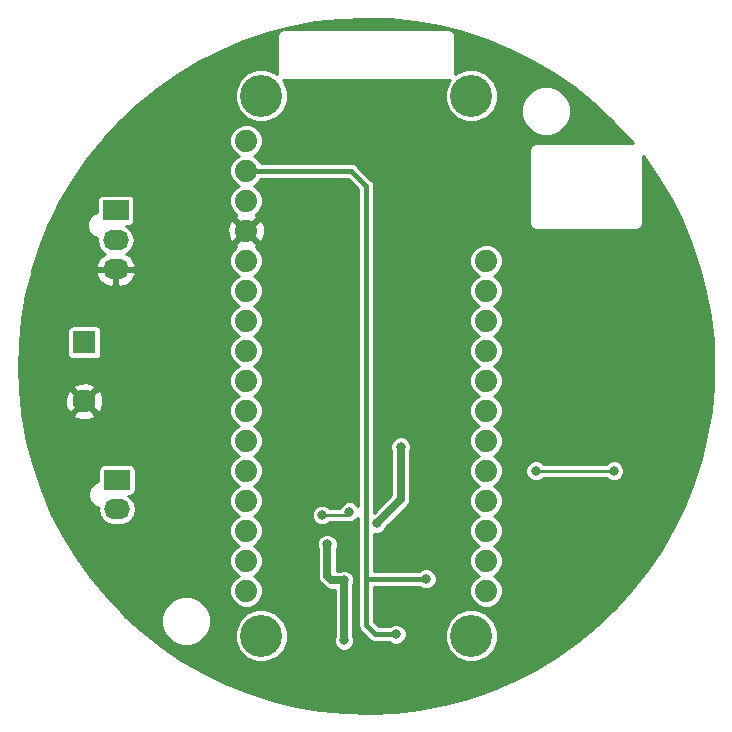
<source format=gbr>
G04 #@! TF.GenerationSoftware,KiCad,Pcbnew,(5.0.0-3-g5ebb6b6)*
G04 #@! TF.CreationDate,2018-10-15T13:07:59-06:00*
G04 #@! TF.ProjectId,DS_Special_Object,44535F5370656369616C5F4F626A6563,rev?*
G04 #@! TF.SameCoordinates,Original*
G04 #@! TF.FileFunction,Copper,L2,Bot,Signal*
G04 #@! TF.FilePolarity,Positive*
%FSLAX46Y46*%
G04 Gerber Fmt 4.6, Leading zero omitted, Abs format (unit mm)*
G04 Created by KiCad (PCBNEW (5.0.0-3-g5ebb6b6)) date Monday, October 15, 2018 at 01:07:59 PM*
%MOMM*%
%LPD*%
G01*
G04 APERTURE LIST*
G04 #@! TA.AperFunction,ComponentPad*
%ADD10O,2.200000X1.700000*%
G04 #@! TD*
G04 #@! TA.AperFunction,ComponentPad*
%ADD11R,2.200000X1.700000*%
G04 #@! TD*
G04 #@! TA.AperFunction,ComponentPad*
%ADD12C,1.879600*%
G04 #@! TD*
G04 #@! TA.AperFunction,WasherPad*
%ADD13C,3.556000*%
G04 #@! TD*
G04 #@! TA.AperFunction,ComponentPad*
%ADD14R,1.930400X1.930400*%
G04 #@! TD*
G04 #@! TA.AperFunction,ComponentPad*
%ADD15C,1.930400*%
G04 #@! TD*
G04 #@! TA.AperFunction,ViaPad*
%ADD16C,0.800000*%
G04 #@! TD*
G04 #@! TA.AperFunction,Conductor*
%ADD17C,0.250000*%
G04 #@! TD*
G04 #@! TA.AperFunction,Conductor*
%ADD18C,0.406000*%
G04 #@! TD*
G04 #@! TA.AperFunction,Conductor*
%ADD19C,0.635000*%
G04 #@! TD*
G04 #@! TA.AperFunction,Conductor*
%ADD20C,0.254000*%
G04 #@! TD*
G04 APERTURE END LIST*
D10*
G04 #@! TO.P,J2,3*
G04 #@! TO.N,GND*
X22860000Y-157821000D03*
G04 #@! TO.P,J2,2*
G04 #@! TO.N,Net-(J2-Pad2)*
X22860000Y-155321000D03*
D11*
G04 #@! TO.P,J2,1*
G04 #@! TO.N,+5V*
X22860000Y-152821000D03*
G04 #@! TD*
G04 #@! TO.P,J3,1*
G04 #@! TO.N,OUT+*
X22987000Y-175641000D03*
D10*
G04 #@! TO.P,J3,2*
G04 #@! TO.N,OUT-*
X22987000Y-178141000D03*
G04 #@! TD*
D12*
G04 #@! TO.P,U3,16*
G04 #@! TO.N,N/C*
X33909000Y-185039000D03*
G04 #@! TO.P,U3,15*
X33909000Y-182499000D03*
G04 #@! TO.P,U3,14*
X33909000Y-179959000D03*
G04 #@! TO.P,U3,13*
X33909000Y-177419000D03*
G04 #@! TO.P,U3,12*
X33909000Y-174879000D03*
G04 #@! TO.P,U3,11*
X33909000Y-172339000D03*
G04 #@! TO.P,U3,10*
X33909000Y-169799000D03*
G04 #@! TO.P,U3,9*
X33909000Y-167259000D03*
G04 #@! TO.P,U3,8*
X33909000Y-164719000D03*
G04 #@! TO.P,U3,7*
X33909000Y-162179000D03*
G04 #@! TO.P,U3,6*
X33909000Y-159639000D03*
G04 #@! TO.P,U3,5*
X33909000Y-157099000D03*
G04 #@! TO.P,U3,4*
G04 #@! TO.N,GND*
X33909000Y-154559000D03*
G04 #@! TO.P,U3,3*
G04 #@! TO.N,N/C*
X33909000Y-152019000D03*
G04 #@! TO.P,U3,2*
G04 #@! TO.N,+3V3*
X33909000Y-149479000D03*
G04 #@! TO.P,U3,1*
G04 #@! TO.N,N/C*
X33909000Y-146939000D03*
G04 #@! TO.P,U3,28*
G04 #@! TO.N,LIPO*
X54229000Y-157099000D03*
G04 #@! TO.P,U3,27*
G04 #@! TO.N,N/C*
X54229000Y-159639000D03*
G04 #@! TO.P,U3,26*
X54229000Y-162179000D03*
G04 #@! TO.P,U3,25*
X54229000Y-164719000D03*
G04 #@! TO.P,U3,24*
X54229000Y-167259000D03*
G04 #@! TO.P,U3,23*
X54229000Y-169799000D03*
G04 #@! TO.P,U3,22*
G04 #@! TO.N,ALERT*
X54229000Y-172339000D03*
G04 #@! TO.P,U3,21*
G04 #@! TO.N,EN*
X54229000Y-174879000D03*
G04 #@! TO.P,U3,20*
G04 #@! TO.N,LED*
X54229000Y-177419000D03*
G04 #@! TO.P,U3,19*
G04 #@! TO.N,MOTOR_EN*
X54229000Y-179959000D03*
G04 #@! TO.P,U3,18*
G04 #@! TO.N,SCL_3V3*
X54229000Y-182499000D03*
G04 #@! TO.P,U3,17*
G04 #@! TO.N,SDA_3V3*
X54229000Y-185039000D03*
D13*
G04 #@! TO.P,U3,*
G04 #@! TO.N,*
X35179000Y-188849000D03*
X35179000Y-143129000D03*
X52959000Y-188849000D03*
X52959000Y-143129000D03*
G04 #@! TD*
D14*
G04 #@! TO.P,C7,+*
G04 #@! TO.N,+5V*
X20193000Y-163997640D03*
D15*
G04 #@! TO.P,C7,-*
G04 #@! TO.N,GND*
X20193000Y-168996360D03*
G04 #@! TD*
D16*
G04 #@! TO.N,GND*
X59563000Y-173355000D03*
X42672000Y-169164000D03*
X45847000Y-164592000D03*
X48514000Y-166497000D03*
X45847000Y-162306000D03*
X49276000Y-163576000D03*
X50927000Y-166497000D03*
X45339000Y-176022000D03*
X48514000Y-174371000D03*
X40259000Y-171069000D03*
X38354000Y-172847000D03*
X62357000Y-178562000D03*
X64135000Y-178689000D03*
X61722000Y-157734000D03*
X59944000Y-161544000D03*
X64135000Y-173482000D03*
X62230000Y-173482000D03*
X66548000Y-171196000D03*
G04 #@! TO.N,+3V3*
X49149000Y-184023000D03*
X46609000Y-188722000D03*
G04 #@! TO.N,+5V*
X42189400Y-189230000D03*
X42189400Y-184150000D03*
X40767000Y-181102000D03*
X44958000Y-179324000D03*
X46990000Y-172847000D03*
G04 #@! TO.N,SDA_5V*
X40317847Y-178620847D03*
X42652313Y-178336992D03*
G04 #@! TO.N,Net-(JP1-Pad2)*
X58420000Y-174879000D03*
X65024000Y-174879000D03*
G04 #@! TD*
D17*
G04 #@! TO.N,GND*
X59563000Y-173355000D02*
X60128685Y-173355000D01*
D18*
G04 #@! TO.N,+3V3*
X33909000Y-149479000D02*
X42799000Y-149479000D01*
X42799000Y-149479000D02*
X44069000Y-150749000D01*
X44069000Y-150749000D02*
X44069000Y-183261000D01*
X44069000Y-187960000D02*
X44831000Y-188722000D01*
X44069000Y-184023000D02*
X49149000Y-184023000D01*
X44069000Y-183261000D02*
X44069000Y-184023000D01*
X44069000Y-184023000D02*
X44069000Y-187960000D01*
X44831000Y-188722000D02*
X46609000Y-188722000D01*
D19*
G04 #@! TO.N,+5V*
X42189400Y-189230000D02*
X42189400Y-184150000D01*
X40767000Y-183794400D02*
X41122600Y-184150000D01*
X41122600Y-184150000D02*
X42189400Y-184150000D01*
X40767000Y-181102000D02*
X40767000Y-183794400D01*
X46990000Y-177292000D02*
X46990000Y-172847000D01*
X44958000Y-179324000D02*
X46990000Y-177292000D01*
D17*
G04 #@! TO.N,SDA_5V*
X42368458Y-178620847D02*
X42652313Y-178336992D01*
X40317847Y-178620847D02*
X42368458Y-178620847D01*
G04 #@! TO.N,Net-(JP1-Pad2)*
X63373000Y-174879000D02*
X58420000Y-174879000D01*
X63373000Y-174879000D02*
X65024000Y-174879000D01*
G04 #@! TD*
D20*
G04 #@! TO.N,GND*
G36*
X46068710Y-136656194D02*
X48160813Y-136874237D01*
X50231972Y-137241303D01*
X52271587Y-137755511D01*
X54269217Y-138414231D01*
X56214638Y-139214090D01*
X58097892Y-140150995D01*
X59909341Y-141220150D01*
X61639711Y-142416082D01*
X63280147Y-143732672D01*
X64822252Y-145163178D01*
X66258133Y-146700281D01*
X66620851Y-147149000D01*
X58474365Y-147149000D01*
X58420000Y-147138186D01*
X58365635Y-147149000D01*
X58204620Y-147181028D01*
X58022030Y-147303030D01*
X57900028Y-147485620D01*
X57857186Y-147701000D01*
X57868000Y-147755365D01*
X57868001Y-153869630D01*
X57857186Y-153924000D01*
X57900028Y-154139380D01*
X58022030Y-154321970D01*
X58204620Y-154443972D01*
X58365635Y-154476000D01*
X58420000Y-154486814D01*
X58474365Y-154476000D01*
X66874635Y-154476000D01*
X66929000Y-154486814D01*
X66983365Y-154476000D01*
X67144380Y-154443972D01*
X67326970Y-154321970D01*
X67448972Y-154139380D01*
X67491814Y-153924000D01*
X67481000Y-153869635D01*
X67481000Y-148213092D01*
X67580441Y-148336111D01*
X68782406Y-150062296D01*
X69857878Y-151870002D01*
X70801351Y-153749974D01*
X71607996Y-155692591D01*
X72273685Y-157687910D01*
X72795009Y-159725717D01*
X73169302Y-161795582D01*
X73394647Y-163886912D01*
X73469890Y-165989000D01*
X73421138Y-167681434D01*
X73225015Y-169775705D01*
X72879658Y-171850595D01*
X72386837Y-173895482D01*
X71749072Y-175899901D01*
X70969629Y-177853591D01*
X70052496Y-179746553D01*
X69002369Y-181569098D01*
X67824622Y-183311897D01*
X66525283Y-184966030D01*
X65111003Y-186523031D01*
X63589022Y-187974929D01*
X61967128Y-189314294D01*
X60253624Y-190534270D01*
X58457280Y-191628613D01*
X56587290Y-192591721D01*
X54653227Y-193418664D01*
X52664988Y-194105211D01*
X50632752Y-194647847D01*
X48566920Y-195043794D01*
X46478065Y-195291026D01*
X44376880Y-195388278D01*
X42274119Y-195335051D01*
X40180544Y-195131619D01*
X38106873Y-194779022D01*
X36063718Y-194279065D01*
X34061538Y-193634308D01*
X32110581Y-192848050D01*
X30220831Y-191924315D01*
X28401963Y-190867832D01*
X26663286Y-189684009D01*
X25013698Y-188378904D01*
X23676480Y-187155714D01*
X26701000Y-187155714D01*
X26701000Y-188002286D01*
X27024969Y-188784415D01*
X27623585Y-189383031D01*
X28405714Y-189707000D01*
X29252286Y-189707000D01*
X30034415Y-189383031D01*
X30633031Y-188784415D01*
X30792073Y-188400453D01*
X32924000Y-188400453D01*
X32924000Y-189297547D01*
X33267303Y-190126355D01*
X33901645Y-190760697D01*
X34730453Y-191104000D01*
X35627547Y-191104000D01*
X36456355Y-190760697D01*
X37090697Y-190126355D01*
X37434000Y-189297547D01*
X37434000Y-188400453D01*
X37090697Y-187571645D01*
X36456355Y-186937303D01*
X35627547Y-186594000D01*
X34730453Y-186594000D01*
X33901645Y-186937303D01*
X33267303Y-187571645D01*
X32924000Y-188400453D01*
X30792073Y-188400453D01*
X30957000Y-188002286D01*
X30957000Y-187155714D01*
X30633031Y-186373585D01*
X30034415Y-185774969D01*
X29252286Y-185451000D01*
X28405714Y-185451000D01*
X27623585Y-185774969D01*
X27024969Y-186373585D01*
X26701000Y-187155714D01*
X23676480Y-187155714D01*
X23461644Y-186959198D01*
X22015067Y-185432157D01*
X20681372Y-183805598D01*
X19467384Y-182087846D01*
X18379319Y-180287693D01*
X17422744Y-178414353D01*
X16682763Y-176666826D01*
X20520000Y-176666826D01*
X20520000Y-177115174D01*
X20691576Y-177529394D01*
X21008606Y-177846424D01*
X21409562Y-178012506D01*
X21384003Y-178141000D01*
X21486994Y-178658770D01*
X21780287Y-179097713D01*
X22219230Y-179391006D01*
X22606304Y-179468000D01*
X23367696Y-179468000D01*
X23754770Y-179391006D01*
X24193713Y-179097713D01*
X24487006Y-178658770D01*
X24589997Y-178141000D01*
X24487006Y-177623230D01*
X24193713Y-177184287D01*
X23884002Y-176977344D01*
X24087000Y-176977344D01*
X24273116Y-176940323D01*
X24430897Y-176834897D01*
X24536323Y-176677116D01*
X24573344Y-176491000D01*
X24573344Y-174791000D01*
X24536323Y-174604884D01*
X24430897Y-174447103D01*
X24273116Y-174341677D01*
X24087000Y-174304656D01*
X21887000Y-174304656D01*
X21700884Y-174341677D01*
X21543103Y-174447103D01*
X21437677Y-174604884D01*
X21400656Y-174791000D01*
X21400656Y-175773183D01*
X21008606Y-175935576D01*
X20691576Y-176252606D01*
X20520000Y-176666826D01*
X16682763Y-176666826D01*
X16602557Y-176477415D01*
X15922955Y-174486792D01*
X15387416Y-172452674D01*
X14998682Y-170385472D01*
X14968627Y-170123710D01*
X19245255Y-170123710D01*
X19339654Y-170386956D01*
X19936769Y-170607665D01*
X20572893Y-170583067D01*
X21046346Y-170386956D01*
X21140745Y-170123710D01*
X20193000Y-169175965D01*
X19245255Y-170123710D01*
X14968627Y-170123710D01*
X14809765Y-168740129D01*
X18581695Y-168740129D01*
X18606293Y-169376253D01*
X18802404Y-169849706D01*
X19065650Y-169944105D01*
X20013395Y-168996360D01*
X20372605Y-168996360D01*
X21320350Y-169944105D01*
X21583596Y-169849706D01*
X21804305Y-169252591D01*
X21779707Y-168616467D01*
X21583596Y-168143014D01*
X21320350Y-168048615D01*
X20372605Y-168996360D01*
X20013395Y-168996360D01*
X19065650Y-168048615D01*
X18802404Y-168143014D01*
X18581695Y-168740129D01*
X14809765Y-168740129D01*
X14758743Y-168295767D01*
X14740484Y-167869010D01*
X19245255Y-167869010D01*
X20193000Y-168816755D01*
X21140745Y-167869010D01*
X21046346Y-167605764D01*
X20449231Y-167385055D01*
X19813107Y-167409653D01*
X19339654Y-167605764D01*
X19245255Y-167869010D01*
X14740484Y-167869010D01*
X14668826Y-166194255D01*
X14729393Y-164091693D01*
X14836054Y-163032440D01*
X18741456Y-163032440D01*
X18741456Y-164962840D01*
X18778477Y-165148956D01*
X18883903Y-165306737D01*
X19041684Y-165412163D01*
X19227800Y-165449184D01*
X21158200Y-165449184D01*
X21344316Y-165412163D01*
X21502097Y-165306737D01*
X21607523Y-165148956D01*
X21644544Y-164962840D01*
X21644544Y-163032440D01*
X21607523Y-162846324D01*
X21502097Y-162688543D01*
X21344316Y-162583117D01*
X21158200Y-162546096D01*
X19227800Y-162546096D01*
X19041684Y-162583117D01*
X18883903Y-162688543D01*
X18778477Y-162846324D01*
X18741456Y-163032440D01*
X14836054Y-163032440D01*
X14940132Y-161998841D01*
X15299965Y-159926413D01*
X15734300Y-158177890D01*
X21168524Y-158177890D01*
X21189648Y-158288491D01*
X21476667Y-158796451D01*
X21936226Y-159155907D01*
X22498361Y-159312135D01*
X22733000Y-159152491D01*
X22733000Y-157948000D01*
X22987000Y-157948000D01*
X22987000Y-159152491D01*
X23221639Y-159312135D01*
X23783774Y-159155907D01*
X24243333Y-158796451D01*
X24530352Y-158288491D01*
X24551476Y-158177890D01*
X24430155Y-157948000D01*
X22987000Y-157948000D01*
X22733000Y-157948000D01*
X21289845Y-157948000D01*
X21168524Y-158177890D01*
X15734300Y-158177890D01*
X15807051Y-157885016D01*
X16458793Y-155885099D01*
X17251857Y-153936898D01*
X17296275Y-153846826D01*
X20393000Y-153846826D01*
X20393000Y-154295174D01*
X20564576Y-154709394D01*
X20881606Y-155026424D01*
X21282562Y-155192506D01*
X21257003Y-155321000D01*
X21359994Y-155838770D01*
X21653287Y-156277713D01*
X21956653Y-156480416D01*
X21936226Y-156486093D01*
X21476667Y-156845549D01*
X21189648Y-157353509D01*
X21168524Y-157464110D01*
X21289845Y-157694000D01*
X22733000Y-157694000D01*
X22733000Y-157674000D01*
X22987000Y-157674000D01*
X22987000Y-157694000D01*
X24430155Y-157694000D01*
X24551476Y-157464110D01*
X24530352Y-157353509D01*
X24243333Y-156845549D01*
X24207065Y-156817181D01*
X32492200Y-156817181D01*
X32492200Y-157380819D01*
X32707895Y-157901553D01*
X33106447Y-158300105D01*
X33272774Y-158369000D01*
X33106447Y-158437895D01*
X32707895Y-158836447D01*
X32492200Y-159357181D01*
X32492200Y-159920819D01*
X32707895Y-160441553D01*
X33106447Y-160840105D01*
X33272774Y-160909000D01*
X33106447Y-160977895D01*
X32707895Y-161376447D01*
X32492200Y-161897181D01*
X32492200Y-162460819D01*
X32707895Y-162981553D01*
X33106447Y-163380105D01*
X33272774Y-163449000D01*
X33106447Y-163517895D01*
X32707895Y-163916447D01*
X32492200Y-164437181D01*
X32492200Y-165000819D01*
X32707895Y-165521553D01*
X33106447Y-165920105D01*
X33272774Y-165989000D01*
X33106447Y-166057895D01*
X32707895Y-166456447D01*
X32492200Y-166977181D01*
X32492200Y-167540819D01*
X32707895Y-168061553D01*
X33106447Y-168460105D01*
X33272774Y-168529000D01*
X33106447Y-168597895D01*
X32707895Y-168996447D01*
X32492200Y-169517181D01*
X32492200Y-170080819D01*
X32707895Y-170601553D01*
X33106447Y-171000105D01*
X33272774Y-171069000D01*
X33106447Y-171137895D01*
X32707895Y-171536447D01*
X32492200Y-172057181D01*
X32492200Y-172620819D01*
X32707895Y-173141553D01*
X33106447Y-173540105D01*
X33272774Y-173609000D01*
X33106447Y-173677895D01*
X32707895Y-174076447D01*
X32492200Y-174597181D01*
X32492200Y-175160819D01*
X32707895Y-175681553D01*
X33106447Y-176080105D01*
X33272774Y-176149000D01*
X33106447Y-176217895D01*
X32707895Y-176616447D01*
X32492200Y-177137181D01*
X32492200Y-177700819D01*
X32707895Y-178221553D01*
X33106447Y-178620105D01*
X33272774Y-178689000D01*
X33106447Y-178757895D01*
X32707895Y-179156447D01*
X32492200Y-179677181D01*
X32492200Y-180240819D01*
X32707895Y-180761553D01*
X33106447Y-181160105D01*
X33272774Y-181229000D01*
X33106447Y-181297895D01*
X32707895Y-181696447D01*
X32492200Y-182217181D01*
X32492200Y-182780819D01*
X32707895Y-183301553D01*
X33106447Y-183700105D01*
X33272774Y-183769000D01*
X33106447Y-183837895D01*
X32707895Y-184236447D01*
X32492200Y-184757181D01*
X32492200Y-185320819D01*
X32707895Y-185841553D01*
X33106447Y-186240105D01*
X33627181Y-186455800D01*
X34190819Y-186455800D01*
X34711553Y-186240105D01*
X35110105Y-185841553D01*
X35325800Y-185320819D01*
X35325800Y-184757181D01*
X35110105Y-184236447D01*
X34711553Y-183837895D01*
X34545226Y-183769000D01*
X34711553Y-183700105D01*
X35110105Y-183301553D01*
X35325800Y-182780819D01*
X35325800Y-182217181D01*
X35110105Y-181696447D01*
X34711553Y-181297895D01*
X34545226Y-181229000D01*
X34711553Y-181160105D01*
X34944104Y-180927554D01*
X39890000Y-180927554D01*
X39890000Y-181276446D01*
X39972500Y-181475618D01*
X39972501Y-183716150D01*
X39956936Y-183794400D01*
X40018599Y-184104398D01*
X40149873Y-184300865D01*
X40149876Y-184300868D01*
X40194199Y-184367202D01*
X40260533Y-184411525D01*
X40505473Y-184656465D01*
X40549798Y-184722802D01*
X40812602Y-184898402D01*
X41044350Y-184944500D01*
X41044354Y-184944500D01*
X41122599Y-184960064D01*
X41200844Y-184944500D01*
X41394901Y-184944500D01*
X41394900Y-188856382D01*
X41312400Y-189055554D01*
X41312400Y-189404446D01*
X41445916Y-189726780D01*
X41692620Y-189973484D01*
X42014954Y-190107000D01*
X42363846Y-190107000D01*
X42686180Y-189973484D01*
X42932884Y-189726780D01*
X43066400Y-189404446D01*
X43066400Y-189055554D01*
X42983900Y-188856383D01*
X42983900Y-184523617D01*
X43066400Y-184324446D01*
X43066400Y-183975554D01*
X42932884Y-183653220D01*
X42686180Y-183406516D01*
X42363846Y-183273000D01*
X42014954Y-183273000D01*
X41815783Y-183355500D01*
X41561500Y-183355500D01*
X41561500Y-181475617D01*
X41644000Y-181276446D01*
X41644000Y-180927554D01*
X41510484Y-180605220D01*
X41263780Y-180358516D01*
X40941446Y-180225000D01*
X40592554Y-180225000D01*
X40270220Y-180358516D01*
X40023516Y-180605220D01*
X39890000Y-180927554D01*
X34944104Y-180927554D01*
X35110105Y-180761553D01*
X35325800Y-180240819D01*
X35325800Y-179677181D01*
X35110105Y-179156447D01*
X34711553Y-178757895D01*
X34545226Y-178689000D01*
X34711553Y-178620105D01*
X35110105Y-178221553D01*
X35325800Y-177700819D01*
X35325800Y-177137181D01*
X35110105Y-176616447D01*
X34711553Y-176217895D01*
X34545226Y-176149000D01*
X34711553Y-176080105D01*
X35110105Y-175681553D01*
X35325800Y-175160819D01*
X35325800Y-174597181D01*
X35110105Y-174076447D01*
X34711553Y-173677895D01*
X34545226Y-173609000D01*
X34711553Y-173540105D01*
X35110105Y-173141553D01*
X35325800Y-172620819D01*
X35325800Y-172057181D01*
X35110105Y-171536447D01*
X34711553Y-171137895D01*
X34545226Y-171069000D01*
X34711553Y-171000105D01*
X35110105Y-170601553D01*
X35325800Y-170080819D01*
X35325800Y-169517181D01*
X35110105Y-168996447D01*
X34711553Y-168597895D01*
X34545226Y-168529000D01*
X34711553Y-168460105D01*
X35110105Y-168061553D01*
X35325800Y-167540819D01*
X35325800Y-166977181D01*
X35110105Y-166456447D01*
X34711553Y-166057895D01*
X34545226Y-165989000D01*
X34711553Y-165920105D01*
X35110105Y-165521553D01*
X35325800Y-165000819D01*
X35325800Y-164437181D01*
X35110105Y-163916447D01*
X34711553Y-163517895D01*
X34545226Y-163449000D01*
X34711553Y-163380105D01*
X35110105Y-162981553D01*
X35325800Y-162460819D01*
X35325800Y-161897181D01*
X35110105Y-161376447D01*
X34711553Y-160977895D01*
X34545226Y-160909000D01*
X34711553Y-160840105D01*
X35110105Y-160441553D01*
X35325800Y-159920819D01*
X35325800Y-159357181D01*
X35110105Y-158836447D01*
X34711553Y-158437895D01*
X34545226Y-158369000D01*
X34711553Y-158300105D01*
X35110105Y-157901553D01*
X35325800Y-157380819D01*
X35325800Y-156817181D01*
X35110105Y-156296447D01*
X34743655Y-155929997D01*
X34747077Y-155928580D01*
X34838363Y-155667968D01*
X33909000Y-154738605D01*
X32979637Y-155667968D01*
X33070923Y-155928580D01*
X33074460Y-155929882D01*
X32707895Y-156296447D01*
X32492200Y-156817181D01*
X24207065Y-156817181D01*
X23783774Y-156486093D01*
X23763347Y-156480416D01*
X24066713Y-156277713D01*
X24360006Y-155838770D01*
X24462997Y-155321000D01*
X24360006Y-154803230D01*
X24066713Y-154364287D01*
X23983721Y-154308833D01*
X32322955Y-154308833D01*
X32347951Y-154934828D01*
X32539420Y-155397077D01*
X32800032Y-155488363D01*
X33729395Y-154559000D01*
X34088605Y-154559000D01*
X35017968Y-155488363D01*
X35278580Y-155397077D01*
X35495045Y-154809167D01*
X35470049Y-154183172D01*
X35278580Y-153720923D01*
X35017968Y-153629637D01*
X34088605Y-154559000D01*
X33729395Y-154559000D01*
X32800032Y-153629637D01*
X32539420Y-153720923D01*
X32322955Y-154308833D01*
X23983721Y-154308833D01*
X23757002Y-154157344D01*
X23960000Y-154157344D01*
X24146116Y-154120323D01*
X24303897Y-154014897D01*
X24409323Y-153857116D01*
X24446344Y-153671000D01*
X24446344Y-151971000D01*
X24409323Y-151784884D01*
X24303897Y-151627103D01*
X24146116Y-151521677D01*
X23960000Y-151484656D01*
X21760000Y-151484656D01*
X21573884Y-151521677D01*
X21416103Y-151627103D01*
X21310677Y-151784884D01*
X21273656Y-151971000D01*
X21273656Y-152953183D01*
X20881606Y-153115576D01*
X20564576Y-153432606D01*
X20393000Y-153846826D01*
X17296275Y-153846826D01*
X18182182Y-152050385D01*
X19245008Y-150235215D01*
X20434893Y-148500681D01*
X21745748Y-146855659D01*
X21928577Y-146657181D01*
X32492200Y-146657181D01*
X32492200Y-147220819D01*
X32707895Y-147741553D01*
X33106447Y-148140105D01*
X33272774Y-148209000D01*
X33106447Y-148277895D01*
X32707895Y-148676447D01*
X32492200Y-149197181D01*
X32492200Y-149760819D01*
X32707895Y-150281553D01*
X33106447Y-150680105D01*
X33272774Y-150749000D01*
X33106447Y-150817895D01*
X32707895Y-151216447D01*
X32492200Y-151737181D01*
X32492200Y-152300819D01*
X32707895Y-152821553D01*
X33074345Y-153188003D01*
X33070923Y-153189420D01*
X32979637Y-153450032D01*
X33909000Y-154379395D01*
X34838363Y-153450032D01*
X34747077Y-153189420D01*
X34743540Y-153188118D01*
X35110105Y-152821553D01*
X35325800Y-152300819D01*
X35325800Y-151737181D01*
X35110105Y-151216447D01*
X34711553Y-150817895D01*
X34545226Y-150749000D01*
X34711553Y-150680105D01*
X35110105Y-150281553D01*
X35160868Y-150159000D01*
X42517336Y-150159000D01*
X43389000Y-151030665D01*
X43389001Y-177833416D01*
X43149093Y-177593508D01*
X42826759Y-177459992D01*
X42477867Y-177459992D01*
X42155533Y-177593508D01*
X41908829Y-177840212D01*
X41834835Y-178018847D01*
X40956111Y-178018847D01*
X40814627Y-177877363D01*
X40492293Y-177743847D01*
X40143401Y-177743847D01*
X39821067Y-177877363D01*
X39574363Y-178124067D01*
X39440847Y-178446401D01*
X39440847Y-178795293D01*
X39574363Y-179117627D01*
X39821067Y-179364331D01*
X40143401Y-179497847D01*
X40492293Y-179497847D01*
X40814627Y-179364331D01*
X40956111Y-179222847D01*
X42309175Y-179222847D01*
X42368458Y-179234639D01*
X42427741Y-179222847D01*
X42427746Y-179222847D01*
X42476049Y-179213239D01*
X42477867Y-179213992D01*
X42826759Y-179213992D01*
X43149093Y-179080476D01*
X43389001Y-178840568D01*
X43389001Y-183194027D01*
X43389000Y-183194032D01*
X43389000Y-183956031D01*
X43375679Y-184023000D01*
X43389000Y-184089969D01*
X43389001Y-187893027D01*
X43375679Y-187960000D01*
X43428436Y-188225220D01*
X43428456Y-188225322D01*
X43578749Y-188450252D01*
X43635523Y-188488187D01*
X44302814Y-189155480D01*
X44340748Y-189212252D01*
X44397519Y-189250185D01*
X44397521Y-189250187D01*
X44493465Y-189314294D01*
X44565678Y-189362545D01*
X44764031Y-189402000D01*
X44764032Y-189402000D01*
X44831000Y-189415321D01*
X44897968Y-189402000D01*
X46048736Y-189402000D01*
X46112220Y-189465484D01*
X46434554Y-189599000D01*
X46783446Y-189599000D01*
X47105780Y-189465484D01*
X47352484Y-189218780D01*
X47486000Y-188896446D01*
X47486000Y-188547554D01*
X47425069Y-188400453D01*
X50704000Y-188400453D01*
X50704000Y-189297547D01*
X51047303Y-190126355D01*
X51681645Y-190760697D01*
X52510453Y-191104000D01*
X53407547Y-191104000D01*
X54236355Y-190760697D01*
X54870697Y-190126355D01*
X55214000Y-189297547D01*
X55214000Y-188400453D01*
X54870697Y-187571645D01*
X54236355Y-186937303D01*
X53407547Y-186594000D01*
X52510453Y-186594000D01*
X51681645Y-186937303D01*
X51047303Y-187571645D01*
X50704000Y-188400453D01*
X47425069Y-188400453D01*
X47352484Y-188225220D01*
X47105780Y-187978516D01*
X46783446Y-187845000D01*
X46434554Y-187845000D01*
X46112220Y-187978516D01*
X46048736Y-188042000D01*
X45112665Y-188042000D01*
X44749000Y-187678335D01*
X44749000Y-184703000D01*
X48588736Y-184703000D01*
X48652220Y-184766484D01*
X48974554Y-184900000D01*
X49323446Y-184900000D01*
X49645780Y-184766484D01*
X49892484Y-184519780D01*
X50026000Y-184197446D01*
X50026000Y-183848554D01*
X49892484Y-183526220D01*
X49645780Y-183279516D01*
X49323446Y-183146000D01*
X48974554Y-183146000D01*
X48652220Y-183279516D01*
X48588736Y-183343000D01*
X44749000Y-183343000D01*
X44749000Y-180186687D01*
X44783554Y-180201000D01*
X45132446Y-180201000D01*
X45454780Y-180067484D01*
X45701484Y-179820780D01*
X45783984Y-179621608D01*
X47496468Y-177909124D01*
X47562802Y-177864802D01*
X47607125Y-177798468D01*
X47607127Y-177798466D01*
X47738401Y-177601999D01*
X47738402Y-177601998D01*
X47784500Y-177370250D01*
X47784500Y-177370245D01*
X47800064Y-177292000D01*
X47784500Y-177213755D01*
X47784500Y-173220617D01*
X47867000Y-173021446D01*
X47867000Y-172672554D01*
X47733484Y-172350220D01*
X47486780Y-172103516D01*
X47164446Y-171970000D01*
X46815554Y-171970000D01*
X46493220Y-172103516D01*
X46246516Y-172350220D01*
X46113000Y-172672554D01*
X46113000Y-173021446D01*
X46195501Y-173220619D01*
X46195500Y-176962907D01*
X44749000Y-178409408D01*
X44749000Y-156817181D01*
X52812200Y-156817181D01*
X52812200Y-157380819D01*
X53027895Y-157901553D01*
X53426447Y-158300105D01*
X53592774Y-158369000D01*
X53426447Y-158437895D01*
X53027895Y-158836447D01*
X52812200Y-159357181D01*
X52812200Y-159920819D01*
X53027895Y-160441553D01*
X53426447Y-160840105D01*
X53592774Y-160909000D01*
X53426447Y-160977895D01*
X53027895Y-161376447D01*
X52812200Y-161897181D01*
X52812200Y-162460819D01*
X53027895Y-162981553D01*
X53426447Y-163380105D01*
X53592774Y-163449000D01*
X53426447Y-163517895D01*
X53027895Y-163916447D01*
X52812200Y-164437181D01*
X52812200Y-165000819D01*
X53027895Y-165521553D01*
X53426447Y-165920105D01*
X53592774Y-165989000D01*
X53426447Y-166057895D01*
X53027895Y-166456447D01*
X52812200Y-166977181D01*
X52812200Y-167540819D01*
X53027895Y-168061553D01*
X53426447Y-168460105D01*
X53592774Y-168529000D01*
X53426447Y-168597895D01*
X53027895Y-168996447D01*
X52812200Y-169517181D01*
X52812200Y-170080819D01*
X53027895Y-170601553D01*
X53426447Y-171000105D01*
X53592774Y-171069000D01*
X53426447Y-171137895D01*
X53027895Y-171536447D01*
X52812200Y-172057181D01*
X52812200Y-172620819D01*
X53027895Y-173141553D01*
X53426447Y-173540105D01*
X53592774Y-173609000D01*
X53426447Y-173677895D01*
X53027895Y-174076447D01*
X52812200Y-174597181D01*
X52812200Y-175160819D01*
X53027895Y-175681553D01*
X53426447Y-176080105D01*
X53592774Y-176149000D01*
X53426447Y-176217895D01*
X53027895Y-176616447D01*
X52812200Y-177137181D01*
X52812200Y-177700819D01*
X53027895Y-178221553D01*
X53426447Y-178620105D01*
X53592774Y-178689000D01*
X53426447Y-178757895D01*
X53027895Y-179156447D01*
X52812200Y-179677181D01*
X52812200Y-180240819D01*
X53027895Y-180761553D01*
X53426447Y-181160105D01*
X53592774Y-181229000D01*
X53426447Y-181297895D01*
X53027895Y-181696447D01*
X52812200Y-182217181D01*
X52812200Y-182780819D01*
X53027895Y-183301553D01*
X53426447Y-183700105D01*
X53592774Y-183769000D01*
X53426447Y-183837895D01*
X53027895Y-184236447D01*
X52812200Y-184757181D01*
X52812200Y-185320819D01*
X53027895Y-185841553D01*
X53426447Y-186240105D01*
X53947181Y-186455800D01*
X54510819Y-186455800D01*
X55031553Y-186240105D01*
X55430105Y-185841553D01*
X55645800Y-185320819D01*
X55645800Y-184757181D01*
X55430105Y-184236447D01*
X55031553Y-183837895D01*
X54865226Y-183769000D01*
X55031553Y-183700105D01*
X55430105Y-183301553D01*
X55645800Y-182780819D01*
X55645800Y-182217181D01*
X55430105Y-181696447D01*
X55031553Y-181297895D01*
X54865226Y-181229000D01*
X55031553Y-181160105D01*
X55430105Y-180761553D01*
X55645800Y-180240819D01*
X55645800Y-179677181D01*
X55430105Y-179156447D01*
X55031553Y-178757895D01*
X54865226Y-178689000D01*
X55031553Y-178620105D01*
X55430105Y-178221553D01*
X55645800Y-177700819D01*
X55645800Y-177137181D01*
X55430105Y-176616447D01*
X55031553Y-176217895D01*
X54865226Y-176149000D01*
X55031553Y-176080105D01*
X55430105Y-175681553D01*
X55645800Y-175160819D01*
X55645800Y-174704554D01*
X57543000Y-174704554D01*
X57543000Y-175053446D01*
X57676516Y-175375780D01*
X57923220Y-175622484D01*
X58245554Y-175756000D01*
X58594446Y-175756000D01*
X58916780Y-175622484D01*
X59058264Y-175481000D01*
X64385736Y-175481000D01*
X64527220Y-175622484D01*
X64849554Y-175756000D01*
X65198446Y-175756000D01*
X65520780Y-175622484D01*
X65767484Y-175375780D01*
X65901000Y-175053446D01*
X65901000Y-174704554D01*
X65767484Y-174382220D01*
X65520780Y-174135516D01*
X65198446Y-174002000D01*
X64849554Y-174002000D01*
X64527220Y-174135516D01*
X64385736Y-174277000D01*
X59058264Y-174277000D01*
X58916780Y-174135516D01*
X58594446Y-174002000D01*
X58245554Y-174002000D01*
X57923220Y-174135516D01*
X57676516Y-174382220D01*
X57543000Y-174704554D01*
X55645800Y-174704554D01*
X55645800Y-174597181D01*
X55430105Y-174076447D01*
X55031553Y-173677895D01*
X54865226Y-173609000D01*
X55031553Y-173540105D01*
X55430105Y-173141553D01*
X55645800Y-172620819D01*
X55645800Y-172057181D01*
X55430105Y-171536447D01*
X55031553Y-171137895D01*
X54865226Y-171069000D01*
X55031553Y-171000105D01*
X55430105Y-170601553D01*
X55645800Y-170080819D01*
X55645800Y-169517181D01*
X55430105Y-168996447D01*
X55031553Y-168597895D01*
X54865226Y-168529000D01*
X55031553Y-168460105D01*
X55430105Y-168061553D01*
X55645800Y-167540819D01*
X55645800Y-166977181D01*
X55430105Y-166456447D01*
X55031553Y-166057895D01*
X54865226Y-165989000D01*
X55031553Y-165920105D01*
X55430105Y-165521553D01*
X55645800Y-165000819D01*
X55645800Y-164437181D01*
X55430105Y-163916447D01*
X55031553Y-163517895D01*
X54865226Y-163449000D01*
X55031553Y-163380105D01*
X55430105Y-162981553D01*
X55645800Y-162460819D01*
X55645800Y-161897181D01*
X55430105Y-161376447D01*
X55031553Y-160977895D01*
X54865226Y-160909000D01*
X55031553Y-160840105D01*
X55430105Y-160441553D01*
X55645800Y-159920819D01*
X55645800Y-159357181D01*
X55430105Y-158836447D01*
X55031553Y-158437895D01*
X54865226Y-158369000D01*
X55031553Y-158300105D01*
X55430105Y-157901553D01*
X55645800Y-157380819D01*
X55645800Y-156817181D01*
X55430105Y-156296447D01*
X55031553Y-155897895D01*
X54510819Y-155682200D01*
X53947181Y-155682200D01*
X53426447Y-155897895D01*
X53027895Y-156296447D01*
X52812200Y-156817181D01*
X44749000Y-156817181D01*
X44749000Y-150815963D01*
X44762320Y-150748999D01*
X44749000Y-150682035D01*
X44749000Y-150682031D01*
X44709545Y-150483678D01*
X44559251Y-150258748D01*
X44502480Y-150220815D01*
X43327189Y-149045525D01*
X43289252Y-148988748D01*
X43064322Y-148838455D01*
X42865969Y-148799000D01*
X42865968Y-148799000D01*
X42799000Y-148785679D01*
X42732032Y-148799000D01*
X35160868Y-148799000D01*
X35110105Y-148676447D01*
X34711553Y-148277895D01*
X34545226Y-148209000D01*
X34711553Y-148140105D01*
X35110105Y-147741553D01*
X35325800Y-147220819D01*
X35325800Y-146657181D01*
X35110105Y-146136447D01*
X34711553Y-145737895D01*
X34190819Y-145522200D01*
X33627181Y-145522200D01*
X33106447Y-145737895D01*
X32707895Y-146136447D01*
X32492200Y-146657181D01*
X21928577Y-146657181D01*
X23170863Y-145308570D01*
X24702944Y-143867332D01*
X26160796Y-142680453D01*
X32924000Y-142680453D01*
X32924000Y-143577547D01*
X33267303Y-144406355D01*
X33901645Y-145040697D01*
X34730453Y-145384000D01*
X35627547Y-145384000D01*
X36456355Y-145040697D01*
X37090697Y-144406355D01*
X37434000Y-143577547D01*
X37434000Y-142680453D01*
X37090697Y-141851645D01*
X37011431Y-141772379D01*
X37029635Y-141776000D01*
X37084000Y-141786814D01*
X37138365Y-141776000D01*
X50999635Y-141776000D01*
X51054000Y-141786814D01*
X51108365Y-141776000D01*
X51126569Y-141772379D01*
X51047303Y-141851645D01*
X50704000Y-142680453D01*
X50704000Y-143577547D01*
X51047303Y-144406355D01*
X51681645Y-145040697D01*
X52510453Y-145384000D01*
X53407547Y-145384000D01*
X54236355Y-145040697D01*
X54870697Y-144406355D01*
X55049074Y-143975714D01*
X57181000Y-143975714D01*
X57181000Y-144822286D01*
X57504969Y-145604415D01*
X58103585Y-146203031D01*
X58885714Y-146527000D01*
X59732286Y-146527000D01*
X60514415Y-146203031D01*
X61113031Y-145604415D01*
X61437000Y-144822286D01*
X61437000Y-143975714D01*
X61113031Y-143193585D01*
X60514415Y-142594969D01*
X59732286Y-142271000D01*
X58885714Y-142271000D01*
X58103585Y-142594969D01*
X57504969Y-143193585D01*
X57181000Y-143975714D01*
X55049074Y-143975714D01*
X55214000Y-143577547D01*
X55214000Y-142680453D01*
X54870697Y-141851645D01*
X54236355Y-141217303D01*
X53407547Y-140874000D01*
X52510453Y-140874000D01*
X51681645Y-141217303D01*
X51602379Y-141296569D01*
X51616814Y-141224000D01*
X51606000Y-141169635D01*
X51606000Y-138103365D01*
X51616814Y-138049000D01*
X51573972Y-137833620D01*
X51451970Y-137651030D01*
X51269380Y-137529028D01*
X51108365Y-137497000D01*
X51054000Y-137486186D01*
X50999635Y-137497000D01*
X37138365Y-137497000D01*
X37084000Y-137486186D01*
X37029635Y-137497000D01*
X36868620Y-137529028D01*
X36686030Y-137651030D01*
X36564028Y-137833620D01*
X36521186Y-138049000D01*
X36532000Y-138103365D01*
X36532001Y-141169630D01*
X36521186Y-141224000D01*
X36535621Y-141296569D01*
X36456355Y-141217303D01*
X35627547Y-140874000D01*
X34730453Y-140874000D01*
X33901645Y-141217303D01*
X33267303Y-141851645D01*
X32924000Y-142680453D01*
X26160796Y-142680453D01*
X26334148Y-142539323D01*
X28056128Y-141331339D01*
X29860068Y-140249564D01*
X31736735Y-139299534D01*
X33676525Y-138486113D01*
X35669508Y-137813463D01*
X37705483Y-137285028D01*
X39774029Y-136903513D01*
X41864559Y-136670870D01*
X43966372Y-136588289D01*
X46068710Y-136656194D01*
X46068710Y-136656194D01*
G37*
X46068710Y-136656194D02*
X48160813Y-136874237D01*
X50231972Y-137241303D01*
X52271587Y-137755511D01*
X54269217Y-138414231D01*
X56214638Y-139214090D01*
X58097892Y-140150995D01*
X59909341Y-141220150D01*
X61639711Y-142416082D01*
X63280147Y-143732672D01*
X64822252Y-145163178D01*
X66258133Y-146700281D01*
X66620851Y-147149000D01*
X58474365Y-147149000D01*
X58420000Y-147138186D01*
X58365635Y-147149000D01*
X58204620Y-147181028D01*
X58022030Y-147303030D01*
X57900028Y-147485620D01*
X57857186Y-147701000D01*
X57868000Y-147755365D01*
X57868001Y-153869630D01*
X57857186Y-153924000D01*
X57900028Y-154139380D01*
X58022030Y-154321970D01*
X58204620Y-154443972D01*
X58365635Y-154476000D01*
X58420000Y-154486814D01*
X58474365Y-154476000D01*
X66874635Y-154476000D01*
X66929000Y-154486814D01*
X66983365Y-154476000D01*
X67144380Y-154443972D01*
X67326970Y-154321970D01*
X67448972Y-154139380D01*
X67491814Y-153924000D01*
X67481000Y-153869635D01*
X67481000Y-148213092D01*
X67580441Y-148336111D01*
X68782406Y-150062296D01*
X69857878Y-151870002D01*
X70801351Y-153749974D01*
X71607996Y-155692591D01*
X72273685Y-157687910D01*
X72795009Y-159725717D01*
X73169302Y-161795582D01*
X73394647Y-163886912D01*
X73469890Y-165989000D01*
X73421138Y-167681434D01*
X73225015Y-169775705D01*
X72879658Y-171850595D01*
X72386837Y-173895482D01*
X71749072Y-175899901D01*
X70969629Y-177853591D01*
X70052496Y-179746553D01*
X69002369Y-181569098D01*
X67824622Y-183311897D01*
X66525283Y-184966030D01*
X65111003Y-186523031D01*
X63589022Y-187974929D01*
X61967128Y-189314294D01*
X60253624Y-190534270D01*
X58457280Y-191628613D01*
X56587290Y-192591721D01*
X54653227Y-193418664D01*
X52664988Y-194105211D01*
X50632752Y-194647847D01*
X48566920Y-195043794D01*
X46478065Y-195291026D01*
X44376880Y-195388278D01*
X42274119Y-195335051D01*
X40180544Y-195131619D01*
X38106873Y-194779022D01*
X36063718Y-194279065D01*
X34061538Y-193634308D01*
X32110581Y-192848050D01*
X30220831Y-191924315D01*
X28401963Y-190867832D01*
X26663286Y-189684009D01*
X25013698Y-188378904D01*
X23676480Y-187155714D01*
X26701000Y-187155714D01*
X26701000Y-188002286D01*
X27024969Y-188784415D01*
X27623585Y-189383031D01*
X28405714Y-189707000D01*
X29252286Y-189707000D01*
X30034415Y-189383031D01*
X30633031Y-188784415D01*
X30792073Y-188400453D01*
X32924000Y-188400453D01*
X32924000Y-189297547D01*
X33267303Y-190126355D01*
X33901645Y-190760697D01*
X34730453Y-191104000D01*
X35627547Y-191104000D01*
X36456355Y-190760697D01*
X37090697Y-190126355D01*
X37434000Y-189297547D01*
X37434000Y-188400453D01*
X37090697Y-187571645D01*
X36456355Y-186937303D01*
X35627547Y-186594000D01*
X34730453Y-186594000D01*
X33901645Y-186937303D01*
X33267303Y-187571645D01*
X32924000Y-188400453D01*
X30792073Y-188400453D01*
X30957000Y-188002286D01*
X30957000Y-187155714D01*
X30633031Y-186373585D01*
X30034415Y-185774969D01*
X29252286Y-185451000D01*
X28405714Y-185451000D01*
X27623585Y-185774969D01*
X27024969Y-186373585D01*
X26701000Y-187155714D01*
X23676480Y-187155714D01*
X23461644Y-186959198D01*
X22015067Y-185432157D01*
X20681372Y-183805598D01*
X19467384Y-182087846D01*
X18379319Y-180287693D01*
X17422744Y-178414353D01*
X16682763Y-176666826D01*
X20520000Y-176666826D01*
X20520000Y-177115174D01*
X20691576Y-177529394D01*
X21008606Y-177846424D01*
X21409562Y-178012506D01*
X21384003Y-178141000D01*
X21486994Y-178658770D01*
X21780287Y-179097713D01*
X22219230Y-179391006D01*
X22606304Y-179468000D01*
X23367696Y-179468000D01*
X23754770Y-179391006D01*
X24193713Y-179097713D01*
X24487006Y-178658770D01*
X24589997Y-178141000D01*
X24487006Y-177623230D01*
X24193713Y-177184287D01*
X23884002Y-176977344D01*
X24087000Y-176977344D01*
X24273116Y-176940323D01*
X24430897Y-176834897D01*
X24536323Y-176677116D01*
X24573344Y-176491000D01*
X24573344Y-174791000D01*
X24536323Y-174604884D01*
X24430897Y-174447103D01*
X24273116Y-174341677D01*
X24087000Y-174304656D01*
X21887000Y-174304656D01*
X21700884Y-174341677D01*
X21543103Y-174447103D01*
X21437677Y-174604884D01*
X21400656Y-174791000D01*
X21400656Y-175773183D01*
X21008606Y-175935576D01*
X20691576Y-176252606D01*
X20520000Y-176666826D01*
X16682763Y-176666826D01*
X16602557Y-176477415D01*
X15922955Y-174486792D01*
X15387416Y-172452674D01*
X14998682Y-170385472D01*
X14968627Y-170123710D01*
X19245255Y-170123710D01*
X19339654Y-170386956D01*
X19936769Y-170607665D01*
X20572893Y-170583067D01*
X21046346Y-170386956D01*
X21140745Y-170123710D01*
X20193000Y-169175965D01*
X19245255Y-170123710D01*
X14968627Y-170123710D01*
X14809765Y-168740129D01*
X18581695Y-168740129D01*
X18606293Y-169376253D01*
X18802404Y-169849706D01*
X19065650Y-169944105D01*
X20013395Y-168996360D01*
X20372605Y-168996360D01*
X21320350Y-169944105D01*
X21583596Y-169849706D01*
X21804305Y-169252591D01*
X21779707Y-168616467D01*
X21583596Y-168143014D01*
X21320350Y-168048615D01*
X20372605Y-168996360D01*
X20013395Y-168996360D01*
X19065650Y-168048615D01*
X18802404Y-168143014D01*
X18581695Y-168740129D01*
X14809765Y-168740129D01*
X14758743Y-168295767D01*
X14740484Y-167869010D01*
X19245255Y-167869010D01*
X20193000Y-168816755D01*
X21140745Y-167869010D01*
X21046346Y-167605764D01*
X20449231Y-167385055D01*
X19813107Y-167409653D01*
X19339654Y-167605764D01*
X19245255Y-167869010D01*
X14740484Y-167869010D01*
X14668826Y-166194255D01*
X14729393Y-164091693D01*
X14836054Y-163032440D01*
X18741456Y-163032440D01*
X18741456Y-164962840D01*
X18778477Y-165148956D01*
X18883903Y-165306737D01*
X19041684Y-165412163D01*
X19227800Y-165449184D01*
X21158200Y-165449184D01*
X21344316Y-165412163D01*
X21502097Y-165306737D01*
X21607523Y-165148956D01*
X21644544Y-164962840D01*
X21644544Y-163032440D01*
X21607523Y-162846324D01*
X21502097Y-162688543D01*
X21344316Y-162583117D01*
X21158200Y-162546096D01*
X19227800Y-162546096D01*
X19041684Y-162583117D01*
X18883903Y-162688543D01*
X18778477Y-162846324D01*
X18741456Y-163032440D01*
X14836054Y-163032440D01*
X14940132Y-161998841D01*
X15299965Y-159926413D01*
X15734300Y-158177890D01*
X21168524Y-158177890D01*
X21189648Y-158288491D01*
X21476667Y-158796451D01*
X21936226Y-159155907D01*
X22498361Y-159312135D01*
X22733000Y-159152491D01*
X22733000Y-157948000D01*
X22987000Y-157948000D01*
X22987000Y-159152491D01*
X23221639Y-159312135D01*
X23783774Y-159155907D01*
X24243333Y-158796451D01*
X24530352Y-158288491D01*
X24551476Y-158177890D01*
X24430155Y-157948000D01*
X22987000Y-157948000D01*
X22733000Y-157948000D01*
X21289845Y-157948000D01*
X21168524Y-158177890D01*
X15734300Y-158177890D01*
X15807051Y-157885016D01*
X16458793Y-155885099D01*
X17251857Y-153936898D01*
X17296275Y-153846826D01*
X20393000Y-153846826D01*
X20393000Y-154295174D01*
X20564576Y-154709394D01*
X20881606Y-155026424D01*
X21282562Y-155192506D01*
X21257003Y-155321000D01*
X21359994Y-155838770D01*
X21653287Y-156277713D01*
X21956653Y-156480416D01*
X21936226Y-156486093D01*
X21476667Y-156845549D01*
X21189648Y-157353509D01*
X21168524Y-157464110D01*
X21289845Y-157694000D01*
X22733000Y-157694000D01*
X22733000Y-157674000D01*
X22987000Y-157674000D01*
X22987000Y-157694000D01*
X24430155Y-157694000D01*
X24551476Y-157464110D01*
X24530352Y-157353509D01*
X24243333Y-156845549D01*
X24207065Y-156817181D01*
X32492200Y-156817181D01*
X32492200Y-157380819D01*
X32707895Y-157901553D01*
X33106447Y-158300105D01*
X33272774Y-158369000D01*
X33106447Y-158437895D01*
X32707895Y-158836447D01*
X32492200Y-159357181D01*
X32492200Y-159920819D01*
X32707895Y-160441553D01*
X33106447Y-160840105D01*
X33272774Y-160909000D01*
X33106447Y-160977895D01*
X32707895Y-161376447D01*
X32492200Y-161897181D01*
X32492200Y-162460819D01*
X32707895Y-162981553D01*
X33106447Y-163380105D01*
X33272774Y-163449000D01*
X33106447Y-163517895D01*
X32707895Y-163916447D01*
X32492200Y-164437181D01*
X32492200Y-165000819D01*
X32707895Y-165521553D01*
X33106447Y-165920105D01*
X33272774Y-165989000D01*
X33106447Y-166057895D01*
X32707895Y-166456447D01*
X32492200Y-166977181D01*
X32492200Y-167540819D01*
X32707895Y-168061553D01*
X33106447Y-168460105D01*
X33272774Y-168529000D01*
X33106447Y-168597895D01*
X32707895Y-168996447D01*
X32492200Y-169517181D01*
X32492200Y-170080819D01*
X32707895Y-170601553D01*
X33106447Y-171000105D01*
X33272774Y-171069000D01*
X33106447Y-171137895D01*
X32707895Y-171536447D01*
X32492200Y-172057181D01*
X32492200Y-172620819D01*
X32707895Y-173141553D01*
X33106447Y-173540105D01*
X33272774Y-173609000D01*
X33106447Y-173677895D01*
X32707895Y-174076447D01*
X32492200Y-174597181D01*
X32492200Y-175160819D01*
X32707895Y-175681553D01*
X33106447Y-176080105D01*
X33272774Y-176149000D01*
X33106447Y-176217895D01*
X32707895Y-176616447D01*
X32492200Y-177137181D01*
X32492200Y-177700819D01*
X32707895Y-178221553D01*
X33106447Y-178620105D01*
X33272774Y-178689000D01*
X33106447Y-178757895D01*
X32707895Y-179156447D01*
X32492200Y-179677181D01*
X32492200Y-180240819D01*
X32707895Y-180761553D01*
X33106447Y-181160105D01*
X33272774Y-181229000D01*
X33106447Y-181297895D01*
X32707895Y-181696447D01*
X32492200Y-182217181D01*
X32492200Y-182780819D01*
X32707895Y-183301553D01*
X33106447Y-183700105D01*
X33272774Y-183769000D01*
X33106447Y-183837895D01*
X32707895Y-184236447D01*
X32492200Y-184757181D01*
X32492200Y-185320819D01*
X32707895Y-185841553D01*
X33106447Y-186240105D01*
X33627181Y-186455800D01*
X34190819Y-186455800D01*
X34711553Y-186240105D01*
X35110105Y-185841553D01*
X35325800Y-185320819D01*
X35325800Y-184757181D01*
X35110105Y-184236447D01*
X34711553Y-183837895D01*
X34545226Y-183769000D01*
X34711553Y-183700105D01*
X35110105Y-183301553D01*
X35325800Y-182780819D01*
X35325800Y-182217181D01*
X35110105Y-181696447D01*
X34711553Y-181297895D01*
X34545226Y-181229000D01*
X34711553Y-181160105D01*
X34944104Y-180927554D01*
X39890000Y-180927554D01*
X39890000Y-181276446D01*
X39972500Y-181475618D01*
X39972501Y-183716150D01*
X39956936Y-183794400D01*
X40018599Y-184104398D01*
X40149873Y-184300865D01*
X40149876Y-184300868D01*
X40194199Y-184367202D01*
X40260533Y-184411525D01*
X40505473Y-184656465D01*
X40549798Y-184722802D01*
X40812602Y-184898402D01*
X41044350Y-184944500D01*
X41044354Y-184944500D01*
X41122599Y-184960064D01*
X41200844Y-184944500D01*
X41394901Y-184944500D01*
X41394900Y-188856382D01*
X41312400Y-189055554D01*
X41312400Y-189404446D01*
X41445916Y-189726780D01*
X41692620Y-189973484D01*
X42014954Y-190107000D01*
X42363846Y-190107000D01*
X42686180Y-189973484D01*
X42932884Y-189726780D01*
X43066400Y-189404446D01*
X43066400Y-189055554D01*
X42983900Y-188856383D01*
X42983900Y-184523617D01*
X43066400Y-184324446D01*
X43066400Y-183975554D01*
X42932884Y-183653220D01*
X42686180Y-183406516D01*
X42363846Y-183273000D01*
X42014954Y-183273000D01*
X41815783Y-183355500D01*
X41561500Y-183355500D01*
X41561500Y-181475617D01*
X41644000Y-181276446D01*
X41644000Y-180927554D01*
X41510484Y-180605220D01*
X41263780Y-180358516D01*
X40941446Y-180225000D01*
X40592554Y-180225000D01*
X40270220Y-180358516D01*
X40023516Y-180605220D01*
X39890000Y-180927554D01*
X34944104Y-180927554D01*
X35110105Y-180761553D01*
X35325800Y-180240819D01*
X35325800Y-179677181D01*
X35110105Y-179156447D01*
X34711553Y-178757895D01*
X34545226Y-178689000D01*
X34711553Y-178620105D01*
X35110105Y-178221553D01*
X35325800Y-177700819D01*
X35325800Y-177137181D01*
X35110105Y-176616447D01*
X34711553Y-176217895D01*
X34545226Y-176149000D01*
X34711553Y-176080105D01*
X35110105Y-175681553D01*
X35325800Y-175160819D01*
X35325800Y-174597181D01*
X35110105Y-174076447D01*
X34711553Y-173677895D01*
X34545226Y-173609000D01*
X34711553Y-173540105D01*
X35110105Y-173141553D01*
X35325800Y-172620819D01*
X35325800Y-172057181D01*
X35110105Y-171536447D01*
X34711553Y-171137895D01*
X34545226Y-171069000D01*
X34711553Y-171000105D01*
X35110105Y-170601553D01*
X35325800Y-170080819D01*
X35325800Y-169517181D01*
X35110105Y-168996447D01*
X34711553Y-168597895D01*
X34545226Y-168529000D01*
X34711553Y-168460105D01*
X35110105Y-168061553D01*
X35325800Y-167540819D01*
X35325800Y-166977181D01*
X35110105Y-166456447D01*
X34711553Y-166057895D01*
X34545226Y-165989000D01*
X34711553Y-165920105D01*
X35110105Y-165521553D01*
X35325800Y-165000819D01*
X35325800Y-164437181D01*
X35110105Y-163916447D01*
X34711553Y-163517895D01*
X34545226Y-163449000D01*
X34711553Y-163380105D01*
X35110105Y-162981553D01*
X35325800Y-162460819D01*
X35325800Y-161897181D01*
X35110105Y-161376447D01*
X34711553Y-160977895D01*
X34545226Y-160909000D01*
X34711553Y-160840105D01*
X35110105Y-160441553D01*
X35325800Y-159920819D01*
X35325800Y-159357181D01*
X35110105Y-158836447D01*
X34711553Y-158437895D01*
X34545226Y-158369000D01*
X34711553Y-158300105D01*
X35110105Y-157901553D01*
X35325800Y-157380819D01*
X35325800Y-156817181D01*
X35110105Y-156296447D01*
X34743655Y-155929997D01*
X34747077Y-155928580D01*
X34838363Y-155667968D01*
X33909000Y-154738605D01*
X32979637Y-155667968D01*
X33070923Y-155928580D01*
X33074460Y-155929882D01*
X32707895Y-156296447D01*
X32492200Y-156817181D01*
X24207065Y-156817181D01*
X23783774Y-156486093D01*
X23763347Y-156480416D01*
X24066713Y-156277713D01*
X24360006Y-155838770D01*
X24462997Y-155321000D01*
X24360006Y-154803230D01*
X24066713Y-154364287D01*
X23983721Y-154308833D01*
X32322955Y-154308833D01*
X32347951Y-154934828D01*
X32539420Y-155397077D01*
X32800032Y-155488363D01*
X33729395Y-154559000D01*
X34088605Y-154559000D01*
X35017968Y-155488363D01*
X35278580Y-155397077D01*
X35495045Y-154809167D01*
X35470049Y-154183172D01*
X35278580Y-153720923D01*
X35017968Y-153629637D01*
X34088605Y-154559000D01*
X33729395Y-154559000D01*
X32800032Y-153629637D01*
X32539420Y-153720923D01*
X32322955Y-154308833D01*
X23983721Y-154308833D01*
X23757002Y-154157344D01*
X23960000Y-154157344D01*
X24146116Y-154120323D01*
X24303897Y-154014897D01*
X24409323Y-153857116D01*
X24446344Y-153671000D01*
X24446344Y-151971000D01*
X24409323Y-151784884D01*
X24303897Y-151627103D01*
X24146116Y-151521677D01*
X23960000Y-151484656D01*
X21760000Y-151484656D01*
X21573884Y-151521677D01*
X21416103Y-151627103D01*
X21310677Y-151784884D01*
X21273656Y-151971000D01*
X21273656Y-152953183D01*
X20881606Y-153115576D01*
X20564576Y-153432606D01*
X20393000Y-153846826D01*
X17296275Y-153846826D01*
X18182182Y-152050385D01*
X19245008Y-150235215D01*
X20434893Y-148500681D01*
X21745748Y-146855659D01*
X21928577Y-146657181D01*
X32492200Y-146657181D01*
X32492200Y-147220819D01*
X32707895Y-147741553D01*
X33106447Y-148140105D01*
X33272774Y-148209000D01*
X33106447Y-148277895D01*
X32707895Y-148676447D01*
X32492200Y-149197181D01*
X32492200Y-149760819D01*
X32707895Y-150281553D01*
X33106447Y-150680105D01*
X33272774Y-150749000D01*
X33106447Y-150817895D01*
X32707895Y-151216447D01*
X32492200Y-151737181D01*
X32492200Y-152300819D01*
X32707895Y-152821553D01*
X33074345Y-153188003D01*
X33070923Y-153189420D01*
X32979637Y-153450032D01*
X33909000Y-154379395D01*
X34838363Y-153450032D01*
X34747077Y-153189420D01*
X34743540Y-153188118D01*
X35110105Y-152821553D01*
X35325800Y-152300819D01*
X35325800Y-151737181D01*
X35110105Y-151216447D01*
X34711553Y-150817895D01*
X34545226Y-150749000D01*
X34711553Y-150680105D01*
X35110105Y-150281553D01*
X35160868Y-150159000D01*
X42517336Y-150159000D01*
X43389000Y-151030665D01*
X43389001Y-177833416D01*
X43149093Y-177593508D01*
X42826759Y-177459992D01*
X42477867Y-177459992D01*
X42155533Y-177593508D01*
X41908829Y-177840212D01*
X41834835Y-178018847D01*
X40956111Y-178018847D01*
X40814627Y-177877363D01*
X40492293Y-177743847D01*
X40143401Y-177743847D01*
X39821067Y-177877363D01*
X39574363Y-178124067D01*
X39440847Y-178446401D01*
X39440847Y-178795293D01*
X39574363Y-179117627D01*
X39821067Y-179364331D01*
X40143401Y-179497847D01*
X40492293Y-179497847D01*
X40814627Y-179364331D01*
X40956111Y-179222847D01*
X42309175Y-179222847D01*
X42368458Y-179234639D01*
X42427741Y-179222847D01*
X42427746Y-179222847D01*
X42476049Y-179213239D01*
X42477867Y-179213992D01*
X42826759Y-179213992D01*
X43149093Y-179080476D01*
X43389001Y-178840568D01*
X43389001Y-183194027D01*
X43389000Y-183194032D01*
X43389000Y-183956031D01*
X43375679Y-184023000D01*
X43389000Y-184089969D01*
X43389001Y-187893027D01*
X43375679Y-187960000D01*
X43428436Y-188225220D01*
X43428456Y-188225322D01*
X43578749Y-188450252D01*
X43635523Y-188488187D01*
X44302814Y-189155480D01*
X44340748Y-189212252D01*
X44397519Y-189250185D01*
X44397521Y-189250187D01*
X44493465Y-189314294D01*
X44565678Y-189362545D01*
X44764031Y-189402000D01*
X44764032Y-189402000D01*
X44831000Y-189415321D01*
X44897968Y-189402000D01*
X46048736Y-189402000D01*
X46112220Y-189465484D01*
X46434554Y-189599000D01*
X46783446Y-189599000D01*
X47105780Y-189465484D01*
X47352484Y-189218780D01*
X47486000Y-188896446D01*
X47486000Y-188547554D01*
X47425069Y-188400453D01*
X50704000Y-188400453D01*
X50704000Y-189297547D01*
X51047303Y-190126355D01*
X51681645Y-190760697D01*
X52510453Y-191104000D01*
X53407547Y-191104000D01*
X54236355Y-190760697D01*
X54870697Y-190126355D01*
X55214000Y-189297547D01*
X55214000Y-188400453D01*
X54870697Y-187571645D01*
X54236355Y-186937303D01*
X53407547Y-186594000D01*
X52510453Y-186594000D01*
X51681645Y-186937303D01*
X51047303Y-187571645D01*
X50704000Y-188400453D01*
X47425069Y-188400453D01*
X47352484Y-188225220D01*
X47105780Y-187978516D01*
X46783446Y-187845000D01*
X46434554Y-187845000D01*
X46112220Y-187978516D01*
X46048736Y-188042000D01*
X45112665Y-188042000D01*
X44749000Y-187678335D01*
X44749000Y-184703000D01*
X48588736Y-184703000D01*
X48652220Y-184766484D01*
X48974554Y-184900000D01*
X49323446Y-184900000D01*
X49645780Y-184766484D01*
X49892484Y-184519780D01*
X50026000Y-184197446D01*
X50026000Y-183848554D01*
X49892484Y-183526220D01*
X49645780Y-183279516D01*
X49323446Y-183146000D01*
X48974554Y-183146000D01*
X48652220Y-183279516D01*
X48588736Y-183343000D01*
X44749000Y-183343000D01*
X44749000Y-180186687D01*
X44783554Y-180201000D01*
X45132446Y-180201000D01*
X45454780Y-180067484D01*
X45701484Y-179820780D01*
X45783984Y-179621608D01*
X47496468Y-177909124D01*
X47562802Y-177864802D01*
X47607125Y-177798468D01*
X47607127Y-177798466D01*
X47738401Y-177601999D01*
X47738402Y-177601998D01*
X47784500Y-177370250D01*
X47784500Y-177370245D01*
X47800064Y-177292000D01*
X47784500Y-177213755D01*
X47784500Y-173220617D01*
X47867000Y-173021446D01*
X47867000Y-172672554D01*
X47733484Y-172350220D01*
X47486780Y-172103516D01*
X47164446Y-171970000D01*
X46815554Y-171970000D01*
X46493220Y-172103516D01*
X46246516Y-172350220D01*
X46113000Y-172672554D01*
X46113000Y-173021446D01*
X46195501Y-173220619D01*
X46195500Y-176962907D01*
X44749000Y-178409408D01*
X44749000Y-156817181D01*
X52812200Y-156817181D01*
X52812200Y-157380819D01*
X53027895Y-157901553D01*
X53426447Y-158300105D01*
X53592774Y-158369000D01*
X53426447Y-158437895D01*
X53027895Y-158836447D01*
X52812200Y-159357181D01*
X52812200Y-159920819D01*
X53027895Y-160441553D01*
X53426447Y-160840105D01*
X53592774Y-160909000D01*
X53426447Y-160977895D01*
X53027895Y-161376447D01*
X52812200Y-161897181D01*
X52812200Y-162460819D01*
X53027895Y-162981553D01*
X53426447Y-163380105D01*
X53592774Y-163449000D01*
X53426447Y-163517895D01*
X53027895Y-163916447D01*
X52812200Y-164437181D01*
X52812200Y-165000819D01*
X53027895Y-165521553D01*
X53426447Y-165920105D01*
X53592774Y-165989000D01*
X53426447Y-166057895D01*
X53027895Y-166456447D01*
X52812200Y-166977181D01*
X52812200Y-167540819D01*
X53027895Y-168061553D01*
X53426447Y-168460105D01*
X53592774Y-168529000D01*
X53426447Y-168597895D01*
X53027895Y-168996447D01*
X52812200Y-169517181D01*
X52812200Y-170080819D01*
X53027895Y-170601553D01*
X53426447Y-171000105D01*
X53592774Y-171069000D01*
X53426447Y-171137895D01*
X53027895Y-171536447D01*
X52812200Y-172057181D01*
X52812200Y-172620819D01*
X53027895Y-173141553D01*
X53426447Y-173540105D01*
X53592774Y-173609000D01*
X53426447Y-173677895D01*
X53027895Y-174076447D01*
X52812200Y-174597181D01*
X52812200Y-175160819D01*
X53027895Y-175681553D01*
X53426447Y-176080105D01*
X53592774Y-176149000D01*
X53426447Y-176217895D01*
X53027895Y-176616447D01*
X52812200Y-177137181D01*
X52812200Y-177700819D01*
X53027895Y-178221553D01*
X53426447Y-178620105D01*
X53592774Y-178689000D01*
X53426447Y-178757895D01*
X53027895Y-179156447D01*
X52812200Y-179677181D01*
X52812200Y-180240819D01*
X53027895Y-180761553D01*
X53426447Y-181160105D01*
X53592774Y-181229000D01*
X53426447Y-181297895D01*
X53027895Y-181696447D01*
X52812200Y-182217181D01*
X52812200Y-182780819D01*
X53027895Y-183301553D01*
X53426447Y-183700105D01*
X53592774Y-183769000D01*
X53426447Y-183837895D01*
X53027895Y-184236447D01*
X52812200Y-184757181D01*
X52812200Y-185320819D01*
X53027895Y-185841553D01*
X53426447Y-186240105D01*
X53947181Y-186455800D01*
X54510819Y-186455800D01*
X55031553Y-186240105D01*
X55430105Y-185841553D01*
X55645800Y-185320819D01*
X55645800Y-184757181D01*
X55430105Y-184236447D01*
X55031553Y-183837895D01*
X54865226Y-183769000D01*
X55031553Y-183700105D01*
X55430105Y-183301553D01*
X55645800Y-182780819D01*
X55645800Y-182217181D01*
X55430105Y-181696447D01*
X55031553Y-181297895D01*
X54865226Y-181229000D01*
X55031553Y-181160105D01*
X55430105Y-180761553D01*
X55645800Y-180240819D01*
X55645800Y-179677181D01*
X55430105Y-179156447D01*
X55031553Y-178757895D01*
X54865226Y-178689000D01*
X55031553Y-178620105D01*
X55430105Y-178221553D01*
X55645800Y-177700819D01*
X55645800Y-177137181D01*
X55430105Y-176616447D01*
X55031553Y-176217895D01*
X54865226Y-176149000D01*
X55031553Y-176080105D01*
X55430105Y-175681553D01*
X55645800Y-175160819D01*
X55645800Y-174704554D01*
X57543000Y-174704554D01*
X57543000Y-175053446D01*
X57676516Y-175375780D01*
X57923220Y-175622484D01*
X58245554Y-175756000D01*
X58594446Y-175756000D01*
X58916780Y-175622484D01*
X59058264Y-175481000D01*
X64385736Y-175481000D01*
X64527220Y-175622484D01*
X64849554Y-175756000D01*
X65198446Y-175756000D01*
X65520780Y-175622484D01*
X65767484Y-175375780D01*
X65901000Y-175053446D01*
X65901000Y-174704554D01*
X65767484Y-174382220D01*
X65520780Y-174135516D01*
X65198446Y-174002000D01*
X64849554Y-174002000D01*
X64527220Y-174135516D01*
X64385736Y-174277000D01*
X59058264Y-174277000D01*
X58916780Y-174135516D01*
X58594446Y-174002000D01*
X58245554Y-174002000D01*
X57923220Y-174135516D01*
X57676516Y-174382220D01*
X57543000Y-174704554D01*
X55645800Y-174704554D01*
X55645800Y-174597181D01*
X55430105Y-174076447D01*
X55031553Y-173677895D01*
X54865226Y-173609000D01*
X55031553Y-173540105D01*
X55430105Y-173141553D01*
X55645800Y-172620819D01*
X55645800Y-172057181D01*
X55430105Y-171536447D01*
X55031553Y-171137895D01*
X54865226Y-171069000D01*
X55031553Y-171000105D01*
X55430105Y-170601553D01*
X55645800Y-170080819D01*
X55645800Y-169517181D01*
X55430105Y-168996447D01*
X55031553Y-168597895D01*
X54865226Y-168529000D01*
X55031553Y-168460105D01*
X55430105Y-168061553D01*
X55645800Y-167540819D01*
X55645800Y-166977181D01*
X55430105Y-166456447D01*
X55031553Y-166057895D01*
X54865226Y-165989000D01*
X55031553Y-165920105D01*
X55430105Y-165521553D01*
X55645800Y-165000819D01*
X55645800Y-164437181D01*
X55430105Y-163916447D01*
X55031553Y-163517895D01*
X54865226Y-163449000D01*
X55031553Y-163380105D01*
X55430105Y-162981553D01*
X55645800Y-162460819D01*
X55645800Y-161897181D01*
X55430105Y-161376447D01*
X55031553Y-160977895D01*
X54865226Y-160909000D01*
X55031553Y-160840105D01*
X55430105Y-160441553D01*
X55645800Y-159920819D01*
X55645800Y-159357181D01*
X55430105Y-158836447D01*
X55031553Y-158437895D01*
X54865226Y-158369000D01*
X55031553Y-158300105D01*
X55430105Y-157901553D01*
X55645800Y-157380819D01*
X55645800Y-156817181D01*
X55430105Y-156296447D01*
X55031553Y-155897895D01*
X54510819Y-155682200D01*
X53947181Y-155682200D01*
X53426447Y-155897895D01*
X53027895Y-156296447D01*
X52812200Y-156817181D01*
X44749000Y-156817181D01*
X44749000Y-150815963D01*
X44762320Y-150748999D01*
X44749000Y-150682035D01*
X44749000Y-150682031D01*
X44709545Y-150483678D01*
X44559251Y-150258748D01*
X44502480Y-150220815D01*
X43327189Y-149045525D01*
X43289252Y-148988748D01*
X43064322Y-148838455D01*
X42865969Y-148799000D01*
X42865968Y-148799000D01*
X42799000Y-148785679D01*
X42732032Y-148799000D01*
X35160868Y-148799000D01*
X35110105Y-148676447D01*
X34711553Y-148277895D01*
X34545226Y-148209000D01*
X34711553Y-148140105D01*
X35110105Y-147741553D01*
X35325800Y-147220819D01*
X35325800Y-146657181D01*
X35110105Y-146136447D01*
X34711553Y-145737895D01*
X34190819Y-145522200D01*
X33627181Y-145522200D01*
X33106447Y-145737895D01*
X32707895Y-146136447D01*
X32492200Y-146657181D01*
X21928577Y-146657181D01*
X23170863Y-145308570D01*
X24702944Y-143867332D01*
X26160796Y-142680453D01*
X32924000Y-142680453D01*
X32924000Y-143577547D01*
X33267303Y-144406355D01*
X33901645Y-145040697D01*
X34730453Y-145384000D01*
X35627547Y-145384000D01*
X36456355Y-145040697D01*
X37090697Y-144406355D01*
X37434000Y-143577547D01*
X37434000Y-142680453D01*
X37090697Y-141851645D01*
X37011431Y-141772379D01*
X37029635Y-141776000D01*
X37084000Y-141786814D01*
X37138365Y-141776000D01*
X50999635Y-141776000D01*
X51054000Y-141786814D01*
X51108365Y-141776000D01*
X51126569Y-141772379D01*
X51047303Y-141851645D01*
X50704000Y-142680453D01*
X50704000Y-143577547D01*
X51047303Y-144406355D01*
X51681645Y-145040697D01*
X52510453Y-145384000D01*
X53407547Y-145384000D01*
X54236355Y-145040697D01*
X54870697Y-144406355D01*
X55049074Y-143975714D01*
X57181000Y-143975714D01*
X57181000Y-144822286D01*
X57504969Y-145604415D01*
X58103585Y-146203031D01*
X58885714Y-146527000D01*
X59732286Y-146527000D01*
X60514415Y-146203031D01*
X61113031Y-145604415D01*
X61437000Y-144822286D01*
X61437000Y-143975714D01*
X61113031Y-143193585D01*
X60514415Y-142594969D01*
X59732286Y-142271000D01*
X58885714Y-142271000D01*
X58103585Y-142594969D01*
X57504969Y-143193585D01*
X57181000Y-143975714D01*
X55049074Y-143975714D01*
X55214000Y-143577547D01*
X55214000Y-142680453D01*
X54870697Y-141851645D01*
X54236355Y-141217303D01*
X53407547Y-140874000D01*
X52510453Y-140874000D01*
X51681645Y-141217303D01*
X51602379Y-141296569D01*
X51616814Y-141224000D01*
X51606000Y-141169635D01*
X51606000Y-138103365D01*
X51616814Y-138049000D01*
X51573972Y-137833620D01*
X51451970Y-137651030D01*
X51269380Y-137529028D01*
X51108365Y-137497000D01*
X51054000Y-137486186D01*
X50999635Y-137497000D01*
X37138365Y-137497000D01*
X37084000Y-137486186D01*
X37029635Y-137497000D01*
X36868620Y-137529028D01*
X36686030Y-137651030D01*
X36564028Y-137833620D01*
X36521186Y-138049000D01*
X36532000Y-138103365D01*
X36532001Y-141169630D01*
X36521186Y-141224000D01*
X36535621Y-141296569D01*
X36456355Y-141217303D01*
X35627547Y-140874000D01*
X34730453Y-140874000D01*
X33901645Y-141217303D01*
X33267303Y-141851645D01*
X32924000Y-142680453D01*
X26160796Y-142680453D01*
X26334148Y-142539323D01*
X28056128Y-141331339D01*
X29860068Y-140249564D01*
X31736735Y-139299534D01*
X33676525Y-138486113D01*
X35669508Y-137813463D01*
X37705483Y-137285028D01*
X39774029Y-136903513D01*
X41864559Y-136670870D01*
X43966372Y-136588289D01*
X46068710Y-136656194D01*
G04 #@! TD*
M02*

</source>
